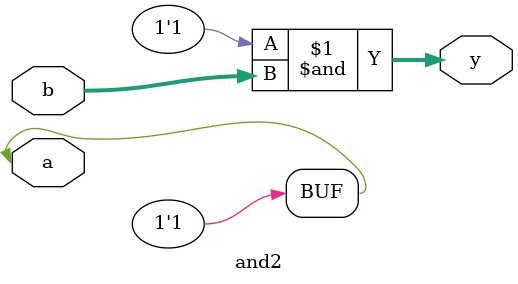
<source format=v>
`timescale 1ns / 1ps
module and2(y,a,b);
input[15:0] b;
input a;
output[15:0] y;
assign a=1;
assign y=a&b;
endmodule

</source>
